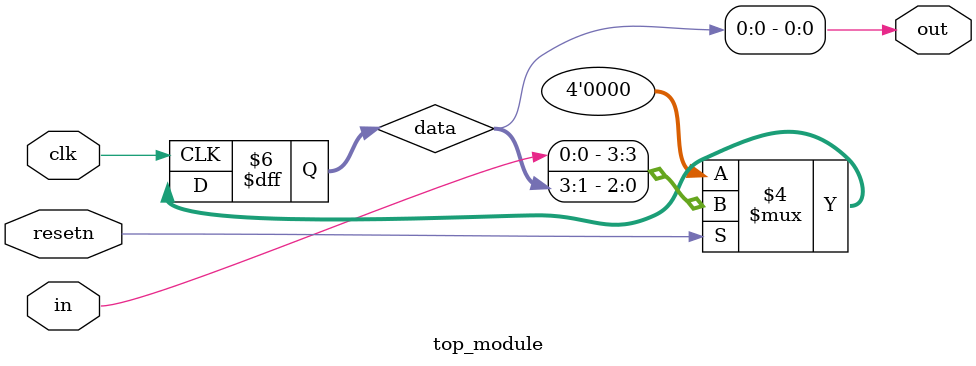
<source format=v>
module top_module (
    input clk,
    input resetn,   // synchronous reset
    input in,
    output out);
    reg [3:0] data;
    always@(posedge clk) begin
        if (!resetn) begin
            data<=0;
        end
        else begin 
            data={in,data[3:1]};
        end
    end   
    assign out=data[0];
endmodule

</source>
